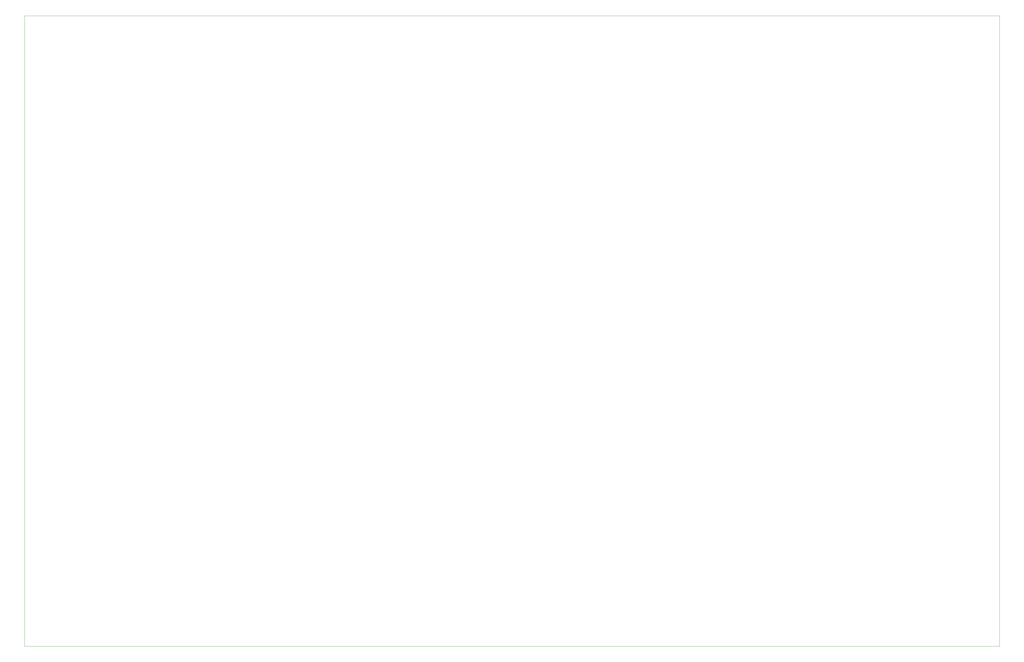
<source format=gbr>
G04 #@! TF.GenerationSoftware,KiCad,Pcbnew,8.0.3*
G04 #@! TF.CreationDate,2024-06-18T05:06:24+09:00*
G04 #@! TF.ProjectId,mainboard,6d61696e-626f-4617-9264-2e6b69636164,rev?*
G04 #@! TF.SameCoordinates,Original*
G04 #@! TF.FileFunction,Profile,NP*
%FSLAX46Y46*%
G04 Gerber Fmt 4.6, Leading zero omitted, Abs format (unit mm)*
G04 Created by KiCad (PCBNEW 8.0.3) date 2024-06-18 05:06:24*
%MOMM*%
%LPD*%
G01*
G04 APERTURE LIST*
G04 #@! TA.AperFunction,Profile*
%ADD10C,0.050000*%
G04 #@! TD*
G04 APERTURE END LIST*
D10*
X40000000Y-20000000D02*
X380000000Y-20000000D01*
X380000000Y-240000000D01*
X40000000Y-240000000D01*
X40000000Y-20000000D01*
M02*

</source>
